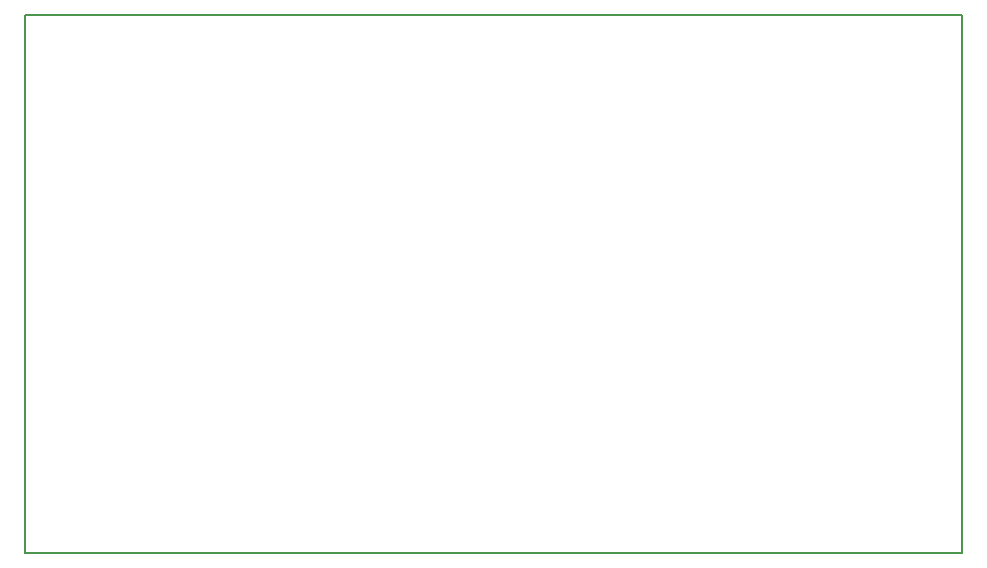
<source format=gbr>
G04 #@! TF.GenerationSoftware,KiCad,Pcbnew,(5.0.1)-rc2*
G04 #@! TF.CreationDate,2018-12-16T20:49:22-05:00*
G04 #@! TF.ProjectId,vco3,76636F332E6B696361645F7063620000,rev?*
G04 #@! TF.SameCoordinates,Original*
G04 #@! TF.FileFunction,Profile,NP*
%FSLAX46Y46*%
G04 Gerber Fmt 4.6, Leading zero omitted, Abs format (unit mm)*
G04 Created by KiCad (PCBNEW (5.0.1)-rc2) date 12/16/2018 8:49:22 PM*
%MOMM*%
%LPD*%
G01*
G04 APERTURE LIST*
%ADD10C,0.150000*%
%ADD11C,0.200000*%
G04 APERTURE END LIST*
D10*
X103378000Y-21844000D02*
X103378000Y-20320000D01*
X182753000Y-20320000D02*
X103378000Y-20320000D01*
D11*
X103378000Y-65913000D02*
X103378000Y-21844000D01*
X182753000Y-65913000D02*
X103378000Y-65913000D01*
X182753000Y-20320000D02*
X182753000Y-65913000D01*
M02*

</source>
